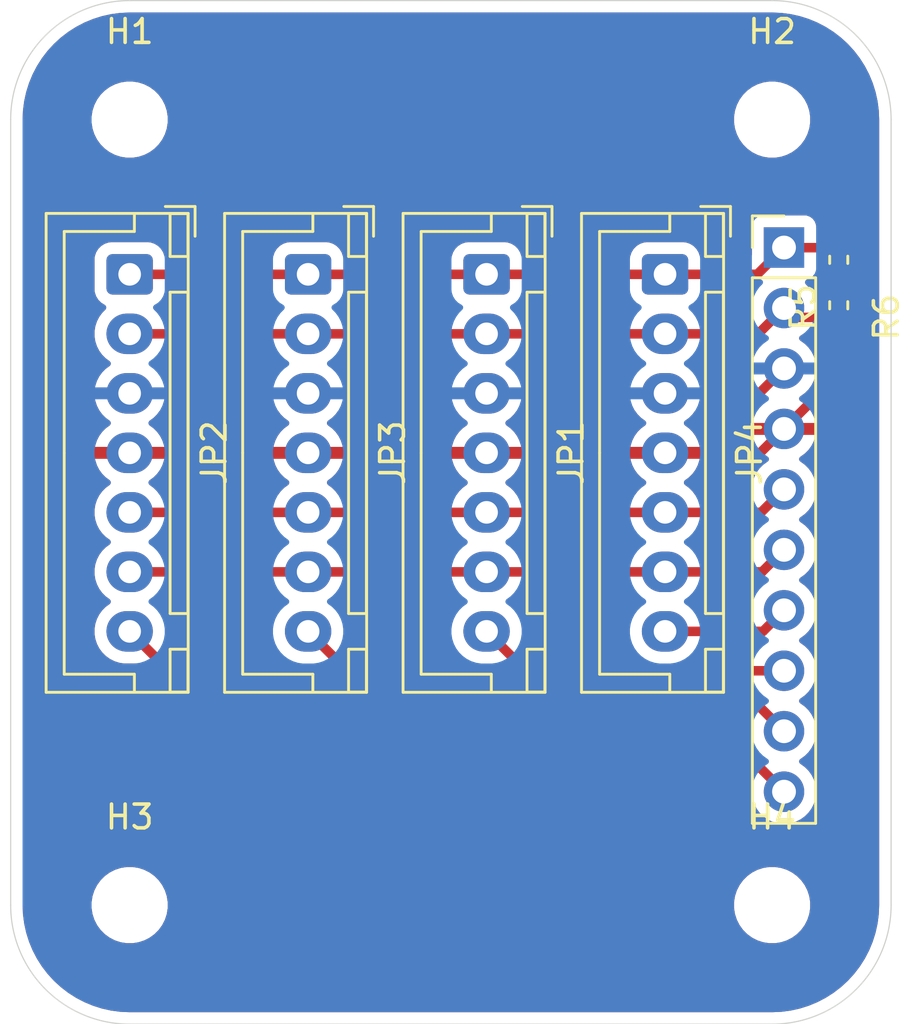
<source format=kicad_pcb>
(kicad_pcb (version 20241229) (generator "pcbnew") (generator_version "9.0")
  (layers (0 "F.Cu" signal) (2 "B.Cu" signal) (13 "F.Paste" user) (15 "B.Paste" user) (5 "F.SilkS" user "F.Silkscreen") (7 "B.SilkS" user "B.Silkscreen") (1 "F.Mask" user) (3 "B.Mask" user) (25 "Edge.Cuts" user))
  (net 0 "")
  (net 1 "SDA")
  (net 2 "+3.3V")
  (net 3 "SCL")
  (net 4 "+5V")
  (net 5 "GPIO22")
  (net 6 "GPIO04")
  (net 7 "GND")
  (net 8 "LED.DIN")
  (net 9 "GPIO27")
  (net 10 "GPIO17")
  (footprint "Connector_JST:JST_XH_B7B-XH-A_1x07_P2.50mm_Vertical" (layer "F.Cu") (at 105 117.5 -90)
    (property "Reference" "JP2" (at 7.5 -3.55 90) (layer "F.SilkS"))
    (property "Value" "Conn_01x07_Socket")
    (fp_line (start -2.56 3.51) (end 17.56 3.51) (stroke (width 0.12)) (layer "F.SilkS"))
    (fp_line (start 17.56 3.51) (end 17.56 -2.46) (stroke (width 0.12)) (layer "F.SilkS"))
    (fp_line (start -1.8 2.75) (end 7.5 2.75) (stroke (width 0.12)) (layer "F.SilkS"))
    (fp_line (start 16.8 2.75) (end 7.5 2.75) (stroke (width 0.12)) (layer "F.SilkS"))
    (fp_line (start -2.55 -0.2) (end -1.8 -0.2) (stroke (width 0.12)) (layer "F.SilkS"))
    (fp_line (start -1.8 -0.2) (end -1.8 2.75) (stroke (width 0.12)) (layer "F.SilkS"))
    (fp_line (start 16.8 -0.2) (end 16.8 2.75) (stroke (width 0.12)) (layer "F.SilkS"))
    (fp_line (start 17.55 -0.2) (end 16.8 -0.2) (stroke (width 0.12)) (layer "F.SilkS"))
    (fp_line (start -2.55 -1.7) (end -0.75 -1.7) (stroke (width 0.12)) (layer "F.SilkS"))
    (fp_line (start -0.75 -1.7) (end -0.75 -2.45) (stroke (width 0.12)) (layer "F.SilkS"))
    (fp_line (start 0.75 -1.7) (end 14.25 -1.7) (stroke (width 0.12)) (layer "F.SilkS"))
    (fp_line (start 14.25 -1.7) (end 14.25 -2.45) (stroke (width 0.12)) (layer "F.SilkS"))
    (fp_line (start 15.75 -1.7) (end 17.55 -1.7) (stroke (width 0.12)) (layer "F.SilkS"))
    (fp_line (start 17.55 -1.7) (end 17.55 -2.45) (stroke (width 0.12)) (layer "F.SilkS"))
    (fp_line (start -2.55 -2.45) (end -2.55 -1.7) (stroke (width 0.12)) (layer "F.SilkS"))
    (fp_line (start -0.75 -2.45) (end -2.55 -2.45) (stroke (width 0.12)) (layer "F.SilkS"))
    (fp_line (start 0.75 -2.45) (end 0.75 -1.7) (stroke (width 0.12)) (layer "F.SilkS"))
    (fp_line (start 14.25 -2.45) (end 0.75 -2.45) (stroke (width 0.12)) (layer "F.SilkS"))
    (fp_line (start 15.75 -2.45) (end 15.75 -1.7) (stroke (width 0.12)) (layer "F.SilkS"))
    (fp_line (start 17.55 -2.45) (end 15.75 -2.45) (stroke (width 0.12)) (layer "F.SilkS"))
    (fp_line (start -2.56 -2.46) (end -2.56 3.51) (stroke (width 0.12)) (layer "F.SilkS"))
    (fp_line (start 17.56 -2.46) (end -2.56 -2.46) (stroke (width 0.12)) (layer "F.SilkS"))
    (fp_line (start -2.85 -2.75) (end -2.85 -1.5) (stroke (width 0.12)) (layer "F.SilkS"))
    (fp_line (start -1.6 -2.75) (end -2.85 -2.75) (stroke (width 0.12)) (layer "F.SilkS"))
    (pad "1" thru_hole roundrect (at 0 0 270) (size 1.7 1.95) (drill 0.95) (layers "*.Cu" "*.Mask") (roundrect_rratio 0.147059) (net 1 "SDA"))
    (pad "2" thru_hole oval (at 2.5 0 270) (size 1.7 1.95) (drill 0.95) (layers "*.Cu" "*.Mask") (net 3 "SCL"))
    (pad "3" thru_hole oval (at 5 0 270) (size 1.7 1.95) (drill 0.95) (layers "*.Cu" "*.Mask") (net 7 "GND"))
    (pad "4" thru_hole oval (at 7.5 0 270) (size 1.7 1.95) (drill 0.95) (layers "*.Cu" "*.Mask") (net 2 "+3.3V"))
    (pad "5" thru_hole oval (at 10 0 270) (size 1.7 1.95) (drill 0.95) (layers "*.Cu" "*.Mask") (net 4 "+5V"))
    (pad "6" thru_hole oval (at 12.5 0 270) (size 1.7 1.95) (drill 0.95) (layers "*.Cu" "*.Mask") (net 8 "LED.DIN"))
    (pad "7" thru_hole oval (at 15 0 270) (size 1.7 1.95) (drill 0.95) (layers "*.Cu" "*.Mask") (net 6 "GPIO04"))
  )
  (footprint "MountingHole:MountingHole_2.7mm" (layer "F.Cu") (at 132 111)
    (property "Reference" "H2" (at 0 -3.7 0) (layer "F.SilkS"))
    (property "Value" "MountingHole_Pad" (hide yes))
    (pad "" np_thru_hole circle (at 0 0) (size 2.7 2.7) (drill 2.7) (layers "*.Cu" "*.Mask"))
  )
  (footprint "MountingHole:MountingHole_2.7mm" (layer "F.Cu") (at 132 144)
    (property "Reference" "H4" (at 0 -3.7 0) (layer "F.SilkS"))
    (property "Value" "MountingHole_Pad" (hide yes))
    (pad "" np_thru_hole circle (at 0 0) (size 2.7 2.7) (drill 2.7) (layers "*.Cu" "*.Mask"))
  )
  (footprint "Connector_JST:JST_XH_B7B-XH-A_1x07_P2.50mm_Vertical" (layer "F.Cu") (at 127.5 117.5 -90)
    (property "Reference" "JP4" (at 7.5 -3.55 90) (layer "F.SilkS"))
    (property "Value" "Conn_01x07_Socket")
    (fp_line (start -2.56 3.51) (end 17.56 3.51) (stroke (width 0.12)) (layer "F.SilkS"))
    (fp_line (start 17.56 3.51) (end 17.56 -2.46) (stroke (width 0.12)) (layer "F.SilkS"))
    (fp_line (start -1.8 2.75) (end 7.5 2.75) (stroke (width 0.12)) (layer "F.SilkS"))
    (fp_line (start 16.8 2.75) (end 7.5 2.75) (stroke (width 0.12)) (layer "F.SilkS"))
    (fp_line (start -2.55 -0.2) (end -1.8 -0.2) (stroke (width 0.12)) (layer "F.SilkS"))
    (fp_line (start -1.8 -0.2) (end -1.8 2.75) (stroke (width 0.12)) (layer "F.SilkS"))
    (fp_line (start 16.8 -0.2) (end 16.8 2.75) (stroke (width 0.12)) (layer "F.SilkS"))
    (fp_line (start 17.55 -0.2) (end 16.8 -0.2) (stroke (width 0.12)) (layer "F.SilkS"))
    (fp_line (start -2.55 -1.7) (end -0.75 -1.7) (stroke (width 0.12)) (layer "F.SilkS"))
    (fp_line (start -0.75 -1.7) (end -0.75 -2.45) (stroke (width 0.12)) (layer "F.SilkS"))
    (fp_line (start 0.75 -1.7) (end 14.25 -1.7) (stroke (width 0.12)) (layer "F.SilkS"))
    (fp_line (start 14.25 -1.7) (end 14.25 -2.45) (stroke (width 0.12)) (layer "F.SilkS"))
    (fp_line (start 15.75 -1.7) (end 17.55 -1.7) (stroke (width 0.12)) (layer "F.SilkS"))
    (fp_line (start 17.55 -1.7) (end 17.55 -2.45) (stroke (width 0.12)) (layer "F.SilkS"))
    (fp_line (start -2.55 -2.45) (end -2.55 -1.7) (stroke (width 0.12)) (layer "F.SilkS"))
    (fp_line (start -0.75 -2.45) (end -2.55 -2.45) (stroke (width 0.12)) (layer "F.SilkS"))
    (fp_line (start 0.75 -2.45) (end 0.75 -1.7) (stroke (width 0.12)) (layer "F.SilkS"))
    (fp_line (start 14.25 -2.45) (end 0.75 -2.45) (stroke (width 0.12)) (layer "F.SilkS"))
    (fp_line (start 15.75 -2.45) (end 15.75 -1.7) (stroke (width 0.12)) (layer "F.SilkS"))
    (fp_line (start 17.55 -2.45) (end 15.75 -2.45) (stroke (width 0.12)) (layer "F.SilkS"))
    (fp_line (start -2.56 -2.46) (end -2.56 3.51) (stroke (width 0.12)) (layer "F.SilkS"))
    (fp_line (start 17.56 -2.46) (end -2.56 -2.46) (stroke (width 0.12)) (layer "F.SilkS"))
    (fp_line (start -2.85 -2.75) (end -2.85 -1.5) (stroke (width 0.12)) (layer "F.SilkS"))
    (fp_line (start -1.6 -2.75) (end -2.85 -2.75) (stroke (width 0.12)) (layer "F.SilkS"))
    (pad "1" thru_hole roundrect (at 0 0 270) (size 1.7 1.95) (drill 0.95) (layers "*.Cu" "*.Mask") (roundrect_rratio 0.147059) (net 1 "SDA"))
    (pad "2" thru_hole oval (at 2.5 0 270) (size 1.7 1.95) (drill 0.95) (layers "*.Cu" "*.Mask") (net 3 "SCL"))
    (pad "3" thru_hole oval (at 5 0 270) (size 1.7 1.95) (drill 0.95) (layers "*.Cu" "*.Mask") (net 7 "GND"))
    (pad "4" thru_hole oval (at 7.5 0 270) (size 1.7 1.95) (drill 0.95) (layers "*.Cu" "*.Mask") (net 2 "+3.3V"))
    (pad "5" thru_hole oval (at 10 0 270) (size 1.7 1.95) (drill 0.95) (layers "*.Cu" "*.Mask") (net 4 "+5V"))
    (pad "6" thru_hole oval (at 12.5 0 270) (size 1.7 1.95) (drill 0.95) (layers "*.Cu" "*.Mask") (net 8 "LED.DIN"))
    (pad "7" thru_hole oval (at 15 0 270) (size 1.7 1.95) (drill 0.95) (layers "*.Cu" "*.Mask") (net 5 "GPIO22"))
  )
  (footprint "Connector_JST:JST_XH_B7B-XH-A_1x07_P2.50mm_Vertical" (layer "F.Cu") (at 120 117.5 -90)
    (property "Reference" "JP1" (at 7.5 -3.55 90) (layer "F.SilkS"))
    (property "Value" "Conn_01x07_Socket")
    (fp_line (start -2.56 3.51) (end 17.56 3.51) (stroke (width 0.12)) (layer "F.SilkS"))
    (fp_line (start 17.56 3.51) (end 17.56 -2.46) (stroke (width 0.12)) (layer "F.SilkS"))
    (fp_line (start -1.8 2.75) (end 7.5 2.75) (stroke (width 0.12)) (layer "F.SilkS"))
    (fp_line (start 16.8 2.75) (end 7.5 2.75) (stroke (width 0.12)) (layer "F.SilkS"))
    (fp_line (start -2.55 -0.2) (end -1.8 -0.2) (stroke (width 0.12)) (layer "F.SilkS"))
    (fp_line (start -1.8 -0.2) (end -1.8 2.75) (stroke (width 0.12)) (layer "F.SilkS"))
    (fp_line (start 16.8 -0.2) (end 16.8 2.75) (stroke (width 0.12)) (layer "F.SilkS"))
    (fp_line (start 17.55 -0.2) (end 16.8 -0.2) (stroke (width 0.12)) (layer "F.SilkS"))
    (fp_line (start -2.55 -1.7) (end -0.75 -1.7) (stroke (width 0.12)) (layer "F.SilkS"))
    (fp_line (start -0.75 -1.7) (end -0.75 -2.45) (stroke (width 0.12)) (layer "F.SilkS"))
    (fp_line (start 0.75 -1.7) (end 14.25 -1.7) (stroke (width 0.12)) (layer "F.SilkS"))
    (fp_line (start 14.25 -1.7) (end 14.25 -2.45) (stroke (width 0.12)) (layer "F.SilkS"))
    (fp_line (start 15.75 -1.7) (end 17.55 -1.7) (stroke (width 0.12)) (layer "F.SilkS"))
    (fp_line (start 17.55 -1.7) (end 17.55 -2.45) (stroke (width 0.12)) (layer "F.SilkS"))
    (fp_line (start -2.55 -2.45) (end -2.55 -1.7) (stroke (width 0.12)) (layer "F.SilkS"))
    (fp_line (start -0.75 -2.45) (end -2.55 -2.45) (stroke (width 0.12)) (layer "F.SilkS"))
    (fp_line (start 0.75 -2.45) (end 0.75 -1.7) (stroke (width 0.12)) (layer "F.SilkS"))
    (fp_line (start 14.25 -2.45) (end 0.75 -2.45) (stroke (width 0.12)) (layer "F.SilkS"))
    (fp_line (start 15.75 -2.45) (end 15.75 -1.7) (stroke (width 0.12)) (layer "F.SilkS"))
    (fp_line (start 17.55 -2.45) (end 15.75 -2.45) (stroke (width 0.12)) (layer "F.SilkS"))
    (fp_line (start -2.56 -2.46) (end -2.56 3.51) (stroke (width 0.12)) (layer "F.SilkS"))
    (fp_line (start 17.56 -2.46) (end -2.56 -2.46) (stroke (width 0.12)) (layer "F.SilkS"))
    (fp_line (start -2.85 -2.75) (end -2.85 -1.5) (stroke (width 0.12)) (layer "F.SilkS"))
    (fp_line (start -1.6 -2.75) (end -2.85 -2.75) (stroke (width 0.12)) (layer "F.SilkS"))
    (pad "1" thru_hole roundrect (at 0 0 270) (size 1.7 1.95) (drill 0.95) (layers "*.Cu" "*.Mask") (roundrect_rratio 0.147059) (net 1 "SDA"))
    (pad "2" thru_hole oval (at 2.5 0 270) (size 1.7 1.95) (drill 0.95) (layers "*.Cu" "*.Mask") (net 3 "SCL"))
    (pad "3" thru_hole oval (at 5 0 270) (size 1.7 1.95) (drill 0.95) (layers "*.Cu" "*.Mask") (net 7 "GND"))
    (pad "4" thru_hole oval (at 7.5 0 270) (size 1.7 1.95) (drill 0.95) (layers "*.Cu" "*.Mask") (net 2 "+3.3V"))
    (pad "5" thru_hole oval (at 10 0 270) (size 1.7 1.95) (drill 0.95) (layers "*.Cu" "*.Mask") (net 4 "+5V"))
    (pad "6" thru_hole oval (at 12.5 0 270) (size 1.7 1.95) (drill 0.95) (layers "*.Cu" "*.Mask") (net 8 "LED.DIN"))
    (pad "7" thru_hole oval (at 15 0 270) (size 1.7 1.95) (drill 0.95) (layers "*.Cu" "*.Mask") (net 10 "GPIO17"))
  )
  (footprint "MountingHole:MountingHole_2.7mm" (layer "F.Cu") (at 105 144)
    (property "Reference" "H3" (at 0 -3.7 0) (layer "F.SilkS"))
    (property "Value" "MountingHole_Pad" (hide yes))
    (pad "" np_thru_hole circle (at 0 0) (size 2.7 2.7) (drill 2.7) (layers "*.Cu" "*.Mask"))
  )
  (footprint "Connector_JST:JST_XH_B7B-XH-A_1x07_P2.50mm_Vertical" (layer "F.Cu") (at 112.5 117.5 -90)
    (property "Reference" "JP3" (at 7.5 -3.55 90) (layer "F.SilkS"))
    (property "Value" "Conn_01x07_Socket")
    (fp_line (start -2.56 3.51) (end 17.56 3.51) (stroke (width 0.12)) (layer "F.SilkS"))
    (fp_line (start 17.56 3.51) (end 17.56 -2.46) (stroke (width 0.12)) (layer "F.SilkS"))
    (fp_line (start -1.8 2.75) (end 7.5 2.75) (stroke (width 0.12)) (layer "F.SilkS"))
    (fp_line (start 16.8 2.75) (end 7.5 2.75) (stroke (width 0.12)) (layer "F.SilkS"))
    (fp_line (start -2.55 -0.2) (end -1.8 -0.2) (stroke (width 0.12)) (layer "F.SilkS"))
    (fp_line (start -1.8 -0.2) (end -1.8 2.75) (stroke (width 0.12)) (layer "F.SilkS"))
    (fp_line (start 16.8 -0.2) (end 16.8 2.75) (stroke (width 0.12)) (layer "F.SilkS"))
    (fp_line (start 17.55 -0.2) (end 16.8 -0.2) (stroke (width 0.12)) (layer "F.SilkS"))
    (fp_line (start -2.55 -1.7) (end -0.75 -1.7) (stroke (width 0.12)) (layer "F.SilkS"))
    (fp_line (start -0.75 -1.7) (end -0.75 -2.45) (stroke (width 0.12)) (layer "F.SilkS"))
    (fp_line (start 0.75 -1.7) (end 14.25 -1.7) (stroke (width 0.12)) (layer "F.SilkS"))
    (fp_line (start 14.25 -1.7) (end 14.25 -2.45) (stroke (width 0.12)) (layer "F.SilkS"))
    (fp_line (start 15.75 -1.7) (end 17.55 -1.7) (stroke (width 0.12)) (layer "F.SilkS"))
    (fp_line (start 17.55 -1.7) (end 17.55 -2.45) (stroke (width 0.12)) (layer "F.SilkS"))
    (fp_line (start -2.55 -2.45) (end -2.55 -1.7) (stroke (width 0.12)) (layer "F.SilkS"))
    (fp_line (start -0.75 -2.45) (end -2.55 -2.45) (stroke (width 0.12)) (layer "F.SilkS"))
    (fp_line (start 0.75 -2.45) (end 0.75 -1.7) (stroke (width 0.12)) (layer "F.SilkS"))
    (fp_line (start 14.25 -2.45) (end 0.75 -2.45) (stroke (width 0.12)) (layer "F.SilkS"))
    (fp_line (start 15.75 -2.45) (end 15.75 -1.7) (stroke (width 0.12)) (layer "F.SilkS"))
    (fp_line (start 17.55 -2.45) (end 15.75 -2.45) (stroke (width 0.12)) (layer "F.SilkS"))
    (fp_line (start -2.56 -2.46) (end -2.56 3.51) (stroke (width 0.12)) (layer "F.SilkS"))
    (fp_line (start 17.56 -2.46) (end -2.56 -2.46) (stroke (width 0.12)) (layer "F.SilkS"))
    (fp_line (start -2.85 -2.75) (end -2.85 -1.5) (stroke (width 0.12)) (layer "F.SilkS"))
    (fp_line (start -1.6 -2.75) (end -2.85 -2.75) (stroke (width 0.12)) (layer "F.SilkS"))
    (pad "1" thru_hole roundrect (at 0 0 270) (size 1.7 1.95) (drill 0.95) (layers "*.Cu" "*.Mask") (roundrect_rratio 0.147059) (net 1 "SDA"))
    (pad "2" thru_hole oval (at 2.5 0 270) (size 1.7 1.95) (drill 0.95) (layers "*.Cu" "*.Mask") (net 3 "SCL"))
    (pad "3" thru_hole oval (at 5 0 270) (size 1.7 1.95) (drill 0.95) (layers "*.Cu" "*.Mask") (net 7 "GND"))
    (pad "4" thru_hole oval (at 7.5 0 270) (size 1.7 1.95) (drill 0.95) (layers "*.Cu" "*.Mask") (net 2 "+3.3V"))
    (pad "5" thru_hole oval (at 10 0 270) (size 1.7 1.95) (drill 0.95) (layers "*.Cu" "*.Mask") (net 4 "+5V"))
    (pad "6" thru_hole oval (at 12.5 0 270) (size 1.7 1.95) (drill 0.95) (layers "*.Cu" "*.Mask") (net 8 "LED.DIN"))
    (pad "7" thru_hole oval (at 15 0 270) (size 1.7 1.95) (drill 0.95) (layers "*.Cu" "*.Mask") (net 9 "GPIO27"))
  )
  (footprint "Resistor_SMD:R_0402_1005Metric" (layer "F.Cu") (at 134.8 116.89 90)
    (property "Reference" "R5" (at -2 -1.5 90) (layer "F.SilkS"))
    (property "Value" "4.7k" (hide yes))
    (fp_line (start -0.153641 -0.38) (end 0.153641 -0.38) (stroke (width 0.12)) (layer "F.SilkS"))
    (fp_line (start -0.153641 0.38) (end 0.153641 0.38) (stroke (width 0.12)) (layer "F.SilkS"))
    (pad "1" smd roundrect (at -0.51 0 90) (size 0.54 0.64) (layers "F.Cu" "F.Mask" "F.Paste") (net 2 "+3.3V"))
    (pad "2" smd roundrect (at 0.51 0 90) (size 0.54 0.64) (layers "F.Cu" "F.Mask" "F.Paste") (net 1 "SDA"))
  )
  (footprint "Connector_PinHeader_2.54mm:PinHeader_1x10_P2.54mm_Vertical" (layer "F.Cu") (at 132.5 116.375)
    (property "Reference" "JRasp1" (hide yes))
    (property "Value" "Conn_01x10_Socket" (hide yes))
    (fp_line (start -1.33 -1.33) (end 0 -1.33) (stroke (width 0.12)) (layer "F.SilkS"))
    (fp_line (start -1.33 0) (end -1.33 -1.33) (stroke (width 0.12)) (layer "F.SilkS"))
    (fp_line (start -1.33 1.27) (end -1.33 24.19) (stroke (width 0.12)) (layer "F.SilkS"))
    (fp_line (start -1.33 1.27) (end 1.33 1.27) (stroke (width 0.12)) (layer "F.SilkS"))
    (fp_line (start -1.33 24.19) (end 1.33 24.19) (stroke (width 0.12)) (layer "F.SilkS"))
    (fp_line (start 1.33 1.27) (end 1.33 24.19) (stroke (width 0.12)) (layer "F.SilkS"))
    (pad "1" thru_hole rect (at 0 0) (size 1.7 1.7) (drill 1) (layers "*.Cu" "*.Mask") (net 1 "SDA"))
    (pad "2" thru_hole oval (at 0 2.54) (size 1.7 1.7) (drill 1) (layers "*.Cu" "*.Mask") (net 3 "SCL"))
    (pad "3" thru_hole oval (at 0 5.08) (size 1.7 1.7) (drill 1) (layers "*.Cu" "*.Mask") (net 7 "GND"))
    (pad "4" thru_hole oval (at 0 7.62) (size 1.7 1.7) (drill 1) (layers "*.Cu" "*.Mask") (net 2 "+3.3V"))
    (pad "5" thru_hole oval (at 0 10.16) (size 1.7 1.7) (drill 1) (layers "*.Cu" "*.Mask") (net 4 "+5V"))
    (pad "6" thru_hole oval (at 0 12.7) (size 1.7 1.7) (drill 1) (layers "*.Cu" "*.Mask") (net 8 "LED.DIN"))
    (pad "7" thru_hole oval (at 0 15.24) (size 1.7 1.7) (drill 1) (layers "*.Cu" "*.Mask") (net 5 "GPIO22"))
    (pad "8" thru_hole oval (at 0 17.78) (size 1.7 1.7) (drill 1) (layers "*.Cu" "*.Mask") (net 10 "GPIO17"))
    (pad "9" thru_hole oval (at 0 20.32) (size 1.7 1.7) (drill 1) (layers "*.Cu" "*.Mask") (net 9 "GPIO27"))
    (pad "10" thru_hole oval (at 0 22.86) (size 1.7 1.7) (drill 1) (layers "*.Cu" "*.Mask") (net 6 "GPIO04"))
  )
  (footprint "Resistor_SMD:R_0402_1005Metric" (layer "F.Cu") (at 134.8 118.8 -90)
    (property "Reference" "R6" (at 0.5 -2 90) (layer "F.SilkS"))
    (property "Value" "4.7k" (hide yes))
    (fp_line (start -0.153641 0.38) (end 0.153641 0.38) (stroke (width 0.12)) (layer "F.SilkS"))
    (fp_line (start -0.153641 -0.38) (end 0.153641 -0.38) (stroke (width 0.12)) (layer "F.SilkS"))
    (pad "1" smd roundrect (at -0.51 0 270) (size 0.54 0.64) (layers "F.Cu" "F.Mask" "F.Paste") (net 2 "+3.3V"))
    (pad "2" smd roundrect (at 0.51 0 270) (size 0.54 0.64) (layers "F.Cu" "F.Mask" "F.Paste") (net 3 "SCL"))
  )
  (footprint "MountingHole:MountingHole_2.7mm" (layer "F.Cu") (at 105 111)
    (property "Reference" "H1" (at 0 -3.7 0) (layer "F.SilkS"))
    (property "Value" "MountingHole_Pad" (hide yes))
    (pad "" np_thru_hole circle (at 0 0) (size 2.7 2.7) (drill 2.7) (layers "*.Cu" "*.Mask"))
  )
  (gr_line (start 100 144) (end 100 111) (stroke (width 0.05)) (layer "Edge.Cuts"))
  (gr_arc (start 132 106) (mid 135.535534 107.464466) (end 137 111) (stroke (width 0.05)) (layer "Edge.Cuts"))
  (gr_line (start 105 106) (end 132 106) (stroke (width 0.05)) (layer "Edge.Cuts"))
  (gr_arc (start 105 149) (mid 101.464466 147.535534) (end 100 144) (stroke (width 0.05)) (layer "Edge.Cuts"))
  (gr_line (start 137 111) (end 137 144) (stroke (width 0.05)) (layer "Edge.Cuts"))
  (gr_line (start 132 149) (end 105 149) (stroke (width 0.05)) (layer "Edge.Cuts"))
  (gr_arc (start 100 111) (mid 101.464466 107.464466) (end 105 106) (stroke (width 0.05)) (layer "Edge.Cuts"))
  (gr_arc (start 137 144) (mid 135.535534 147.535534) (end 132 149) (stroke (width 0.05)) (layer "Edge.Cuts"))
  (segment (start 132.505 116.38) (end 132.5 116.375) (width 0.4) (layer "F.Cu") (net 1))
  (segment (start 127.5 117.5) (end 131.375 117.5) (width 0.4) (layer "F.Cu") (net 1))
  (segment (start 112.5 117.5) (end 120 117.5) (width 0.4) (layer "F.Cu") (net 1))
  (segment (start 120 117.5) (end 127.5 117.5) (width 0.4) (layer "F.Cu") (net 1))
  (segment (start 131.375 117.5) (end 132.5 116.375) (width 0.4) (layer "F.Cu") (net 1))
  (segment (start 105 117.5) (end 112.5 117.5) (width 0.4) (layer "F.Cu") (net 1))
  (segment (start 134.8 116.38) (end 132.505 116.38) (width 0.4) (layer "F.Cu") (net 1))
  (segment (start 135.9 120.595) (end 135.9 118.4) (width 0.4) (layer "F.Cu") (net 2))
  (segment (start 120 125) (end 127.5 125) (width 0.4) (layer "F.Cu") (net 2))
  (segment (start 135.79 118.29) (end 134.8 118.29) (width 0.4) (layer "F.Cu") (net 2))
  (segment (start 131.495 125) (end 132.5 123.995) (width 0.4) (layer "F.Cu") (net 2))
  (segment (start 105 125) (end 112.5 125) (width 0.4) (layer "F.Cu") (net 2))
  (segment (start 135.9 118.4) (end 135.79 118.29) (width 0.4) (layer "F.Cu") (net 2))
  (segment (start 127.5 125) (end 131.495 125) (width 0.4) (layer "F.Cu") (net 2))
  (segment (start 112.5 125) (end 120 125) (width 0.4) (layer "F.Cu") (net 2))
  (segment (start 132.5 123.995) (end 135.9 120.595) (width 0.4) (layer "F.Cu") (net 2))
  (segment (start 112.5 120) (end 120 120) (width 0.4) (layer "F.Cu") (net 3))
  (segment (start 120 120) (end 127.5 120) (width 0.4) (layer "F.Cu") (net 3))
  (segment (start 132.5 118.915) (end 132.895 119.31) (width 0.4) (layer "F.Cu") (net 3))
  (segment (start 127.5 120) (end 131.415 120) (width 0.4) (layer "F.Cu") (net 3))
  (segment (start 105 120) (end 112.5 120) (width 0.4) (layer "F.Cu") (net 3))
  (segment (start 132.895 119.31) (end 134.8 119.31) (width 0.4) (layer "F.Cu") (net 3))
  (segment (start 131.415 120) (end 132.5 118.915) (width 0.4) (layer "F.Cu") (net 3))
  (segment (start 131.535 127.5) (end 132.5 126.535) (width 0.4) (layer "F.Cu") (net 4))
  (segment (start 105 127.5) (end 112.5 127.5) (width 0.4) (layer "F.Cu") (net 4))
  (segment (start 112.5 127.5) (end 120 127.5) (width 0.4) (layer "F.Cu") (net 4))
  (segment (start 127.5 127.5) (end 131.535 127.5) (width 0.4) (layer "F.Cu") (net 4))
  (segment (start 120 127.5) (end 127.5 127.5) (width 0.4) (layer "F.Cu") (net 4))
  (segment (start 127.5 132.5) (end 131.615 132.5) (width 0.4) (layer "F.Cu") (net 5))
  (segment (start 131.615 132.5) (end 132.5 131.615) (width 0.4) (layer "F.Cu") (net 5))
  (segment (start 128.822 135.557) (end 108.057 135.557) (width 0.4) (layer "F.Cu") (net 6))
  (segment (start 108.057 135.557) (end 105 132.5) (width 0.4) (layer "F.Cu") (net 6))
  (segment (start 132.5 139.235) (end 128.822 135.557) (width 0.4) (layer "F.Cu") (net 6))
  (segment (start 120 122.5) (end 127.5 122.5) (width 0.4) (layer "F.Cu") (net 7))
  (segment (start 127.5 122.5) (end 131.455 122.5) (width 0.4) (layer "F.Cu") (net 7))
  (segment (start 105 122.5) (end 112.5 122.5) (width 0.4) (layer "F.Cu") (net 7))
  (segment (start 131.455 122.5) (end 132.5 121.455) (width 0.4) (layer "F.Cu") (net 7))
  (segment (start 112.5 122.5) (end 120 122.5) (width 0.4) (layer "F.Cu") (net 7))
  (segment (start 131.575 130) (end 132.5 129.075) (width 0.4) (layer "F.Cu") (net 8))
  (segment (start 105 130) (end 112.5 130) (width 0.4) (layer "F.Cu") (net 8))
  (segment (start 120 130) (end 127.5 130) (width 0.4) (layer "F.Cu") (net 8))
  (segment (start 127.5 130) (end 131.575 130) (width 0.4) (layer "F.Cu") (net 8))
  (segment (start 112.5 130) (end 120 130) (width 0.4) (layer "F.Cu") (net 8))
  (segment (start 114.856 134.856) (end 112.5 132.5) (width 0.4) (layer "F.Cu") (net 9))
  (segment (start 132.5 136.695) (end 130.661 134.856) (width 0.4) (layer "F.Cu") (net 9))
  (segment (start 130.661 134.856) (end 114.856 134.856) (width 0.4) (layer "F.Cu") (net 9))
  (segment (start 132.5 134.155) (end 121.655 134.155) (width 0.4) (layer "F.Cu") (net 10))
  (segment (start 121.655 134.155) (end 120 132.5) (width 0.4) (layer "F.Cu") (net 10))
  (zone (net 2) (net_name "+3.3V") (layer "F.Cu") (connect_pads (clearance 0.5)) (min_thickness 0.25) (fill yes (thermal_gap 0.5) (thermal_bridge_width 0.5))
    (polygon (pts (xy 100 106) (xy 137 106) (xy 137 149) (xy 100 149)))
  )
  (zone (net 7) (net_name "GND") (layer "B.Cu") (priority 1) (connect_pads (clearance 0.5)) (min_thickness 0.25) (fill yes (thermal_gap 0.5) (thermal_bridge_width 0.5))
    (polygon (pts (xy 100 106) (xy 137 106) (xy 137 149) (xy 100 149)))
  )
)
</source>
